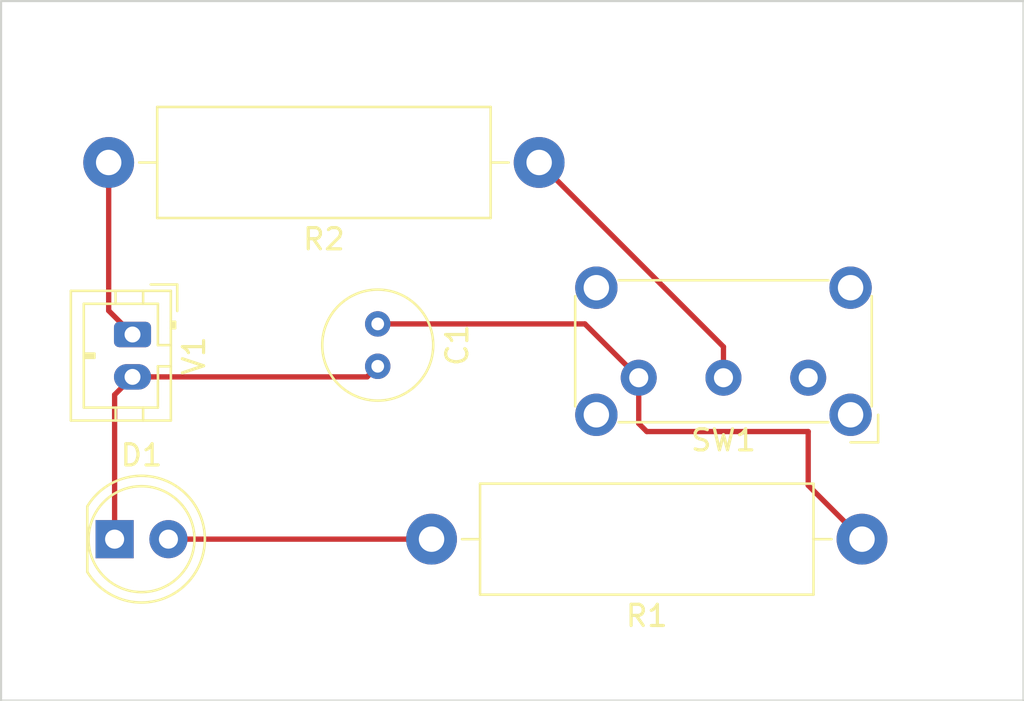
<source format=kicad_pcb>
(kicad_pcb (version 20211014) (generator pcbnew)
  (layers (0 "F.Cu" signal) (31 "B.Cu" signal) (34 "B.Paste" user) (35 "F.Paste" user) (36 "B.SilkS" user "B.Silkscreen") (37 "F.SilkS" user "F.Silkscreen") (38 "B.Mask" user) (39 "F.Mask" user) (44 "Edge.Cuts" user))
  (net 0 "")
  (net 1 "Net-(C1-Pad1)")
  (net 2 "Net-(C1-Pad2)")
  (net 3 "Net-(D1-Pad2)")
  (net 4 "Net-(R2-Pad1)")
  (net 5 "Net-(R2-Pad2)")
  (footprint "Connector_JST:JST_PH_B2B-PH-K_1x02_P2.00mm_Vertical" (layer "F.Cu") (at 140.825 91.94 -90)
    (fp_text reference "V1" (at 1 -2.9 90) (layer "F.SilkS"))
    (fp_text value "9V")
    (fp_line (start -2.06 0.8) (end -1.45 0.8) (layer "F.SilkS") (width 0.12))
    (fp_line (start -0.6 -2.01) (end -0.6 -1.81) (layer "F.SilkS") (width 0.12))
    (fp_line (start 3.45 2.3) (end 3.45 -1.2) (layer "F.SilkS") (width 0.12))
    (fp_line (start 0.5 -1.81) (end 0.5 -1.2) (layer "F.SilkS") (width 0.12))
    (fp_line (start -2.06 -1.81) (end -2.06 2.91) (layer "F.SilkS") (width 0.12))
    (fp_line (start -1.11 -2.11) (end -2.36 -2.11) (layer "F.SilkS") (width 0.12))
    (fp_line (start 0.9 1.8) (end 1.1 1.8) (layer "F.SilkS") (width 0.12))
    (fp_line (start 3.45 -1.2) (end 1.5 -1.2) (layer "F.SilkS") (width 0.12))
    (fp_line (start -1.45 2.3) (end 3.45 2.3) (layer "F.SilkS") (width 0.12))
    (fp_line (start -2.06 2.91) (end 4.06 2.91) (layer "F.SilkS") (width 0.12))
    (fp_line (start 1.1 1.8) (end 1.1 2.3) (layer "F.SilkS") (width 0.12))
    (fp_line (start 1.5 -1.2) (end 1.5 -1.81) (layer "F.SilkS") (width 0.12))
    (fp_line (start 0.5 -1.2) (end -1.45 -1.2) (layer "F.SilkS") (width 0.12))
    (fp_line (start 4.06 0.8) (end 3.45 0.8) (layer "F.SilkS") (width 0.12))
    (fp_line (start -2.36 -2.11) (end -2.36 -0.86) (layer "F.SilkS") (width 0.12))
    (fp_line (start -0.3 -1.91) (end -0.6 -1.91) (layer "F.SilkS") (width 0.12))
    (fp_line (start 4.06 -1.81) (end -2.06 -1.81) (layer "F.SilkS") (width 0.12))
    (fp_line (start 1 2.3) (end 1 1.8) (layer "F.SilkS") (width 0.12))
    (fp_line (start -0.3 -2.01) (end -0.6 -2.01) (layer "F.SilkS") (width 0.12))
    (fp_line (start -2.06 -0.5) (end -1.45 -0.5) (layer "F.SilkS") (width 0.12))
    (fp_line (start 0.9 2.3) (end 0.9 1.8) (layer "F.SilkS") (width 0.12))
    (fp_line (start 4.06 -0.5) (end 3.45 -0.5) (layer "F.SilkS") (width 0.12))
    (fp_line (start -0.3 -1.81) (end -0.3 -2.01) (layer "F.SilkS") (width 0.12))
    (fp_line (start 4.06 2.91) (end 4.06 -1.81) (layer "F.SilkS") (width 0.12))
    (fp_line (start -1.45 -1.2) (end -1.45 2.3) (layer "F.SilkS") (width 0.12))
    (pad "1" thru_hole roundrect (at 0 0 270) (size 1.2 1.75) (drill 0.75) (layers *.Cu *.Mask) (roundrect_rratio 0.208333) (net 5 "Net-(R2-Pad2)"))
    (pad "2" thru_hole oval (at 2 0 270) (size 1.2 1.75) (drill 0.75) (layers *.Cu *.Mask) (net 2 "Net-(C1-Pad2)"))
  )
  (footprint "Capacitor_THT:C_Radial_D5.0mm_H5.0mm_P2.00mm" (layer "F.Cu") (at 152.4 91.44 -90)
    (fp_text reference "C1" (at 1 -3.75 90) (layer "F.SilkS"))
    (fp_text value "4.7μF")
    (fp_circle (center 1 0) (end 3.62 0) (layer "F.SilkS") (width 0.12) (fill none))
    (pad "1" thru_hole circle (at 0 0 270) (size 1.2 1.2) (drill 0.6) (layers *.Cu *.Mask) (net 1 "Net-(C1-Pad1)"))
    (pad "2" thru_hole circle (at 2 0 270) (size 1.2 1.2) (drill 0.6) (layers *.Cu *.Mask) (net 2 "Net-(C1-Pad2)"))
  )
  (footprint "Resistor_THT:R_Axial_DIN0516_L15.5mm_D5.0mm_P20.32mm_Horizontal" (layer "F.Cu") (at 160.02 83.82 180)
    (fp_text reference "R2" (at 10.16 -3.62) (layer "F.SilkS"))
    (fp_text value "2.2kΩ")
    (fp_line (start 18.03 -2.62) (end 2.29 -2.62) (layer "F.SilkS") (width 0.12))
    (fp_line (start 18.03 2.62) (end 18.03 -2.62) (layer "F.SilkS") (width 0.12))
    (fp_line (start 1.44 0) (end 2.29 0) (layer "F.SilkS") (width 0.12))
    (fp_line (start 18.88 0) (end 18.03 0) (layer "F.SilkS") (width 0.12))
    (fp_line (start 2.29 -2.62) (end 2.29 2.62) (layer "F.SilkS") (width 0.12))
    (fp_line (start 2.29 2.62) (end 18.03 2.62) (layer "F.SilkS") (width 0.12))
    (pad "1" thru_hole circle (at 0 0 180) (size 2.4 2.4) (drill 1.2) (layers *.Cu *.Mask) (net 4 "Net-(R2-Pad1)"))
    (pad "2" thru_hole oval (at 20.32 0 180) (size 2.4 2.4) (drill 1.2) (layers *.Cu *.Mask) (net 5 "Net-(R2-Pad2)"))
  )
  (footprint "Button_Switch_THT:SW_E-Switch_EG1224_SPDT_Angled" (layer "F.Cu") (at 172.72 93.98 180)
    (fp_text reference "SW1" (at 4 -2.95) (layer "F.SilkS"))
    (fp_text value "SW_SPDT")
    (fp_line (start 11 -1.35) (end 11 3.85) (layer "F.SilkS") (width 0.12))
    (fp_line (start -3.3 -3.05) (end -2 -3.05) (layer "F.SilkS") (width 0.12))
    (fp_line (start 8.95 4.6) (end -0.95 4.6) (layer "F.SilkS") (width 0.12))
    (fp_line (start -3.3 -1.75) (end -3.3 -3.05) (layer "F.SilkS") (width 0.12))
    (fp_line (start -0.95 -2.1) (end 8.95 -2.1) (layer "F.SilkS") (width 0.12))
    (fp_line (start -3 3.85) (end -3 -1.35) (layer "F.SilkS") (width 0.12))
    (pad "" thru_hole circle (at 10 -1.75 180) (size 2 2) (drill 1.2) (layers *.Cu *.Mask))
    (pad "" thru_hole circle (at 10 4.25 180) (size 2 2) (drill 1.2) (layers *.Cu *.Mask))
    (pad "" thru_hole circle (at -2 -1.75 180) (size 2 2) (drill 1.2) (layers *.Cu *.Mask))
    (pad "" thru_hole circle (at -2 4.25 180) (size 2 2) (drill 1.2) (layers *.Cu *.Mask))
    (pad "1" thru_hole circle (at 0 0 180) (size 1.7 1.7) (drill 0.9) (layers *.Cu *.Mask))
    (pad "2" thru_hole circle (at 4 0 180) (size 1.7 1.7) (drill 0.9) (layers *.Cu *.Mask) (net 4 "Net-(R2-Pad1)"))
    (pad "3" thru_hole circle (at 8 0 180) (size 1.7 1.7) (drill 0.9) (layers *.Cu *.Mask) (net 1 "Net-(C1-Pad1)"))
  )
  (footprint "Resistor_THT:R_Axial_DIN0516_L15.5mm_D5.0mm_P20.32mm_Horizontal" (layer "F.Cu") (at 175.26 101.6 180)
    (fp_text reference "R1" (at 10.16 -3.62) (layer "F.SilkS"))
    (fp_text value "20kΩ")
    (fp_line (start 1.44 0) (end 2.29 0) (layer "F.SilkS") (width 0.12))
    (fp_line (start 18.88 0) (end 18.03 0) (layer "F.SilkS") (width 0.12))
    (fp_line (start 18.03 -2.62) (end 2.29 -2.62) (layer "F.SilkS") (width 0.12))
    (fp_line (start 2.29 2.62) (end 18.03 2.62) (layer "F.SilkS") (width 0.12))
    (fp_line (start 2.29 -2.62) (end 2.29 2.62) (layer "F.SilkS") (width 0.12))
    (fp_line (start 18.03 2.62) (end 18.03 -2.62) (layer "F.SilkS") (width 0.12))
    (pad "1" thru_hole circle (at 0 0 180) (size 2.4 2.4) (drill 1.2) (layers *.Cu *.Mask) (net 1 "Net-(C1-Pad1)"))
    (pad "2" thru_hole oval (at 20.32 0 180) (size 2.4 2.4) (drill 1.2) (layers *.Cu *.Mask) (net 3 "Net-(D1-Pad2)"))
  )
  (footprint "LED_THT:LED_D5.0mm" (layer "F.Cu") (at 139.98 101.6)
    (fp_text reference "D1" (at 1.27 -3.96) (layer "F.SilkS"))
    (fp_text value "LED")
    (fp_line (start -1.29 -1.545) (end -1.29 1.545) (layer "F.SilkS") (width 0.12))
    (fp_arc (start -1.29 -1.54483) (mid 2.072002 -2.880433) (end 4.26 0.000462) (layer "F.SilkS") (width 0.12))
    (fp_arc (start 4.26 -0.000462) (mid 2.072002 2.880433) (end -1.29 1.54483) (layer "F.SilkS") (width 0.12))
    (fp_circle (center 1.27 0) (end 3.77 0) (layer "F.SilkS") (width 0.12) (fill none))
    (pad "1" thru_hole rect (at 0 0) (size 1.8 1.8) (drill 0.9) (layers *.Cu *.Mask) (net 2 "Net-(C1-Pad2)"))
    (pad "2" thru_hole circle (at 2.54 0) (size 1.8 1.8) (drill 0.9) (layers *.Cu *.Mask) (net 3 "Net-(D1-Pad2)"))
  )
  (gr_rect (start 134.62 76.2) (end 182.88 109.22) (layer "Edge.Cuts") (width 0.1) (fill none))
  (segment (start 162.18 91.44) (end 164.72 93.98) (width 0.25) (layer "F.Cu") (net 1))
  (segment (start 164.72 93.98) (end 164.72 96.14) (width 0.25) (layer "F.Cu") (net 1))
  (segment (start 165.1 96.52) (end 172.72 96.52) (width 0.25) (layer "F.Cu") (net 1))
  (segment (start 172.72 96.52) (end 172.72 99.06) (width 0.25) (layer "F.Cu") (net 1))
  (segment (start 164.72 96.14) (end 165.1 96.52) (width 0.25) (layer "F.Cu") (net 1))
  (segment (start 172.72 99.06) (end 175.26 101.6) (width 0.25) (layer "F.Cu") (net 1))
  (segment (start 152.4 91.44) (end 162.18 91.44) (width 0.25) (layer "F.Cu") (net 1))
  (segment (start 151.9 93.94) (end 152.4 93.44) (width 0.25) (layer "F.Cu") (net 2))
  (segment (start 139.98 101.6) (end 139.98 94.785) (width 0.25) (layer "F.Cu") (net 2))
  (segment (start 140.825 93.94) (end 151.9 93.94) (width 0.25) (layer "F.Cu") (net 2))
  (segment (start 139.98 94.785) (end 140.825 93.94) (width 0.25) (layer "F.Cu") (net 2))
  (segment (start 154.94 101.6) (end 142.52 101.6) (width 0.25) (layer "F.Cu") (net 3))
  (segment (start 160.02 83.82) (end 168.72 92.52) (width 0.25) (layer "F.Cu") (net 4))
  (segment (start 168.72 92.52) (end 168.72 93.98) (width 0.25) (layer "F.Cu") (net 4))
  (segment (start 139.7 83.82) (end 139.7 90.815) (width 0.25) (layer "F.Cu") (net 5))
  (segment (start 139.7 90.815) (end 140.825 91.94) (width 0.25) (layer "F.Cu") (net 5))
)
</source>
